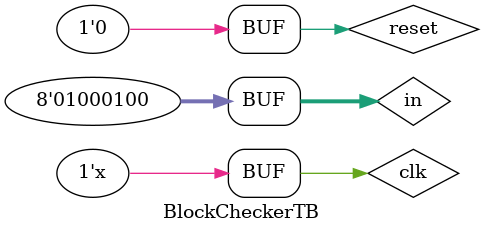
<source format=v>
`timescale 1ns / 1ps


module BlockCheckerTB;

	// Inputs
	reg clk;
	reg reset;
	reg [7:0] in;

	// Outputs
	wire result;

	// Instantiate the Unit Under Test (UUT)
	BlockChecker uut (
		.clk(clk), 
		.reset(reset), 
		.in(in), 
		.result(result)
	);

	initial begin
		// Initialize Inputs
		clk = 1;
		reset = 0;
		in = "a";

		// Wait 100 ns for global reset to finish
		#10
      in = " ";
		#10
      in = "B";
		#10
      in = "E";
		#10
      in = "g";
		#10
      in = "I";
		#10
      in = "n";
		#10
      in = " ";
		#10
      in = "e";
		#10
      in = "n";
		#10
      in = "D";
		#10
      in = "e";
		#10
      in = "n";
		#10
      in = "D";
		in = " ";
		#10
      in = "e";
		#10
      in = "n";
		#10
      in = "D";
		// Add stimulus here

	end
	
	always #5 clk = ~clk;
      
endmodule


</source>
